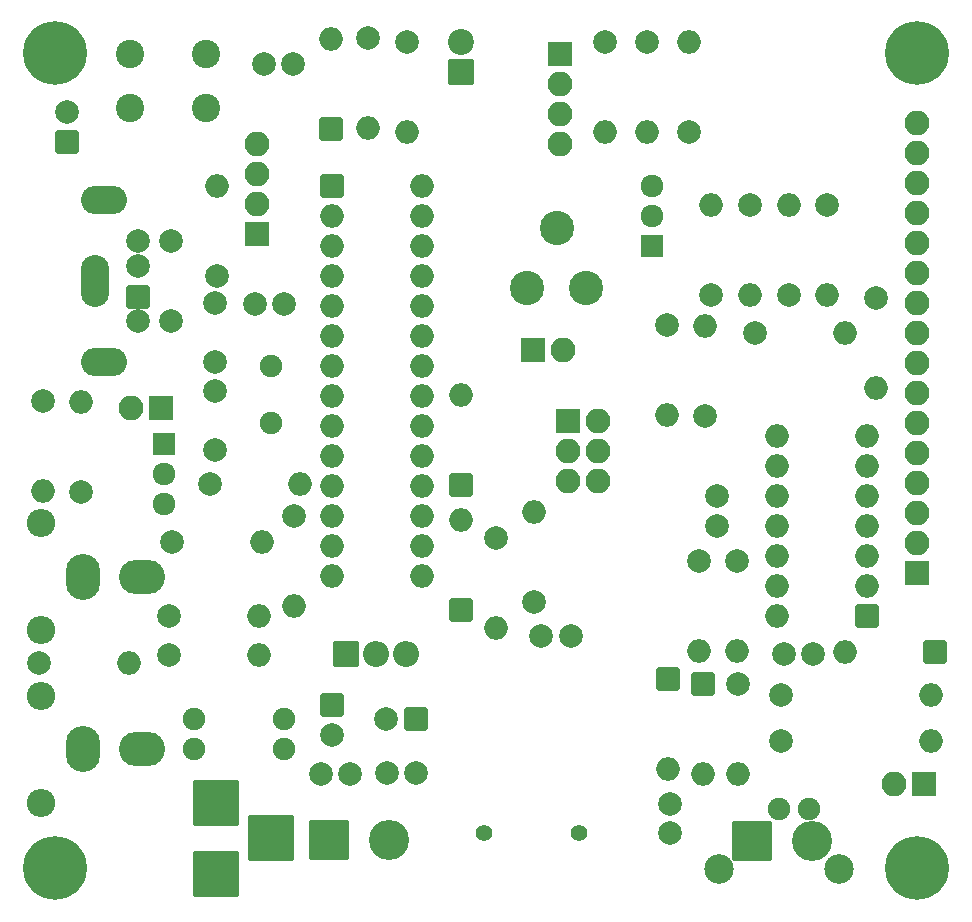
<source format=gbr>
%TF.GenerationSoftware,KiCad,Pcbnew,(6.0.11)*%
%TF.CreationDate,2023-02-05T16:58:02-06:00*%
%TF.ProjectId,PortableTerminal,506f7274-6162-46c6-9554-65726d696e61,rev?*%
%TF.SameCoordinates,Original*%
%TF.FileFunction,Soldermask,Bot*%
%TF.FilePolarity,Negative*%
%FSLAX46Y46*%
G04 Gerber Fmt 4.6, Leading zero omitted, Abs format (unit mm)*
G04 Created by KiCad (PCBNEW (6.0.11)) date 2023-02-05 16:58:02*
%MOMM*%
%LPD*%
G01*
G04 APERTURE LIST*
G04 Aperture macros list*
%AMRoundRect*
0 Rectangle with rounded corners*
0 $1 Rounding radius*
0 $2 $3 $4 $5 $6 $7 $8 $9 X,Y pos of 4 corners*
0 Add a 4 corners polygon primitive as box body*
4,1,4,$2,$3,$4,$5,$6,$7,$8,$9,$2,$3,0*
0 Add four circle primitives for the rounded corners*
1,1,$1+$1,$2,$3*
1,1,$1+$1,$4,$5*
1,1,$1+$1,$6,$7*
1,1,$1+$1,$8,$9*
0 Add four rect primitives between the rounded corners*
20,1,$1+$1,$2,$3,$4,$5,0*
20,1,$1+$1,$4,$5,$6,$7,0*
20,1,$1+$1,$6,$7,$8,$9,0*
20,1,$1+$1,$8,$9,$2,$3,0*%
G04 Aperture macros list end*
%ADD10RoundRect,0.200000X-0.800000X0.800000X-0.800000X-0.800000X0.800000X-0.800000X0.800000X0.800000X0*%
%ADD11C,2.000000*%
%ADD12RoundRect,0.200000X0.800000X-0.800000X0.800000X0.800000X-0.800000X0.800000X-0.800000X-0.800000X0*%
%ADD13RoundRect,0.200000X0.800000X0.800000X-0.800000X0.800000X-0.800000X-0.800000X0.800000X-0.800000X0*%
%ADD14O,2.000000X2.000000*%
%ADD15RoundRect,0.200000X1.750000X-1.750000X1.750000X1.750000X-1.750000X1.750000X-1.750000X-1.750000X0*%
%ADD16RoundRect,0.200000X-0.850000X-0.850000X0.850000X-0.850000X0.850000X0.850000X-0.850000X0.850000X0*%
%ADD17O,2.100000X2.100000*%
%ADD18RoundRect,0.200000X0.850000X0.850000X-0.850000X0.850000X-0.850000X-0.850000X0.850000X-0.850000X0*%
%ADD19O,2.400000X2.400000*%
%ADD20O,2.900000X3.900000*%
%ADD21O,3.900000X2.900000*%
%ADD22RoundRect,0.200000X0.850000X-0.850000X0.850000X0.850000X-0.850000X0.850000X-0.850000X-0.850000X0*%
%ADD23O,3.900000X2.400000*%
%ADD24O,2.400000X4.400000*%
%ADD25C,2.900000*%
%ADD26C,2.400000*%
%ADD27RoundRect,0.200000X-0.900000X-0.900000X0.900000X-0.900000X0.900000X0.900000X-0.900000X0.900000X0*%
%ADD28O,2.200000X2.200000*%
%ADD29RoundRect,0.200000X-0.800000X-0.800000X0.800000X-0.800000X0.800000X0.800000X-0.800000X0.800000X0*%
%ADD30C,1.400000*%
%ADD31C,1.900000*%
%ADD32RoundRect,0.200000X0.900000X-0.900000X0.900000X0.900000X-0.900000X0.900000X-0.900000X-0.900000X0*%
%ADD33C,2.200000*%
%ADD34RoundRect,0.200000X-0.760000X-0.760000X0.760000X-0.760000X0.760000X0.760000X-0.760000X0.760000X0*%
%ADD35C,1.920000*%
%ADD36RoundRect,0.200000X-0.850000X0.850000X-0.850000X-0.850000X0.850000X-0.850000X0.850000X0.850000X0*%
%ADD37RoundRect,0.200000X-1.500000X-1.500000X1.500000X-1.500000X1.500000X1.500000X-1.500000X1.500000X0*%
%ADD38C,3.400000*%
%ADD39RoundRect,0.200000X0.760000X0.760000X-0.760000X0.760000X-0.760000X-0.760000X0.760000X-0.760000X0*%
%ADD40C,2.500000*%
%ADD41C,5.400000*%
G04 APERTURE END LIST*
D10*
%TO.C,C1*%
X78480000Y-121230000D03*
D11*
X78480000Y-123730000D03*
%TD*%
%TO.C,C2*%
X75170000Y-66900000D03*
X72670000Y-66900000D03*
%TD*%
D12*
%TO.C,C3*%
X56000000Y-73500000D03*
D11*
X56000000Y-71000000D03*
%TD*%
%TO.C,C4*%
X74400000Y-87200000D03*
X71900000Y-87200000D03*
%TD*%
%TO.C,C5*%
X68560000Y-87170000D03*
X68560000Y-92170000D03*
%TD*%
%TO.C,C6*%
X68560000Y-94600000D03*
X68560000Y-99600000D03*
%TD*%
%TO.C,C7*%
X96150000Y-115340000D03*
X98650000Y-115340000D03*
%TD*%
D13*
%TO.C,C8*%
X85520000Y-122350000D03*
D11*
X83020000Y-122350000D03*
%TD*%
D12*
%TO.C,D1*%
X78330000Y-72430000D03*
D14*
X78330000Y-64810000D03*
%TD*%
D12*
%TO.C,D2*%
X89340000Y-102600000D03*
D14*
X89340000Y-94980000D03*
%TD*%
D12*
%TO.C,D3*%
X89380000Y-113160000D03*
D14*
X89380000Y-105540000D03*
%TD*%
D15*
%TO.C,J1*%
X68620000Y-129460000D03*
X68620000Y-135460000D03*
X73320000Y-132460000D03*
%TD*%
D16*
%TO.C,J4*%
X98450000Y-97160000D03*
D17*
X100990000Y-97160000D03*
X98450000Y-99700000D03*
X100990000Y-99700000D03*
X98450000Y-102240000D03*
X100990000Y-102240000D03*
%TD*%
D16*
%TO.C,J7*%
X97790000Y-66040000D03*
D17*
X97790000Y-68580000D03*
X97790000Y-71120000D03*
X97790000Y-73660000D03*
%TD*%
D18*
%TO.C,J8*%
X72136000Y-81280000D03*
D17*
X72136000Y-78740000D03*
X72136000Y-76200000D03*
X72136000Y-73660000D03*
%TD*%
D19*
%TO.C,J9*%
X53840000Y-105810000D03*
X53840000Y-114810000D03*
D20*
X57340000Y-110310000D03*
D21*
X62340000Y-110310000D03*
%TD*%
D19*
%TO.C,J10*%
X53840000Y-120450000D03*
X53840000Y-129450000D03*
D20*
X57340000Y-124950000D03*
D21*
X62340000Y-124950000D03*
%TD*%
D22*
%TO.C,JP1*%
X95480000Y-91140000D03*
D17*
X98020000Y-91140000D03*
%TD*%
D10*
%TO.C,P1*%
X62030000Y-86610000D03*
D11*
X62030000Y-84010000D03*
X62030000Y-88710000D03*
X62030000Y-81910000D03*
X64830000Y-88710000D03*
X64830000Y-81910000D03*
D23*
X59180000Y-78460000D03*
D24*
X58380000Y-85310000D03*
D23*
X59180000Y-92160000D03*
%TD*%
D11*
%TO.C,R1*%
X81460000Y-64690000D03*
D14*
X81460000Y-72310000D03*
%TD*%
D11*
%TO.C,R2*%
X105156000Y-65024000D03*
D14*
X105156000Y-72644000D03*
%TD*%
D11*
%TO.C,R3*%
X101600000Y-65024000D03*
D14*
X101600000Y-72644000D03*
%TD*%
D11*
%TO.C,R4*%
X64920000Y-107370000D03*
D14*
X72540000Y-107370000D03*
%TD*%
D11*
%TO.C,R5*%
X53680000Y-117650000D03*
D14*
X61300000Y-117650000D03*
%TD*%
D11*
%TO.C,R6*%
X108712000Y-72644000D03*
D14*
X108712000Y-65024000D03*
%TD*%
D11*
%TO.C,R7*%
X64650000Y-116930000D03*
D14*
X72270000Y-116930000D03*
%TD*%
D11*
%TO.C,R8*%
X64680000Y-113690000D03*
D14*
X72300000Y-113690000D03*
%TD*%
D11*
%TO.C,R9*%
X92330000Y-107010000D03*
D14*
X92330000Y-114630000D03*
%TD*%
D11*
%TO.C,R10*%
X117180000Y-86500000D03*
D14*
X117180000Y-78880000D03*
%TD*%
D11*
%TO.C,R11*%
X120390000Y-78870000D03*
D14*
X120390000Y-86490000D03*
%TD*%
D11*
%TO.C,R12*%
X110540000Y-86480000D03*
D14*
X110540000Y-78860000D03*
%TD*%
D11*
%TO.C,R13*%
X113870000Y-78860000D03*
D14*
X113870000Y-86480000D03*
%TD*%
D11*
%TO.C,R14*%
X106810000Y-89040000D03*
D14*
X106810000Y-96660000D03*
%TD*%
D11*
%TO.C,R15*%
X110030000Y-96700000D03*
D14*
X110030000Y-89080000D03*
%TD*%
D11*
%TO.C,R16*%
X57190000Y-103130000D03*
D14*
X57190000Y-95510000D03*
%TD*%
D11*
%TO.C,R17*%
X53970000Y-95460000D03*
D14*
X53970000Y-103080000D03*
%TD*%
D25*
%TO.C,RV1*%
X94996000Y-85852000D03*
X97496000Y-80812000D03*
X99996000Y-85852000D03*
%TD*%
D26*
%TO.C,SW1*%
X61318000Y-70612000D03*
X67818000Y-70612000D03*
X67818000Y-66112000D03*
X61318000Y-66112000D03*
%TD*%
D27*
%TO.C,U1*%
X79600000Y-116850000D03*
D28*
X82140000Y-116850000D03*
X84680000Y-116850000D03*
%TD*%
D29*
%TO.C,U2*%
X78486000Y-77216000D03*
D14*
X78486000Y-79756000D03*
X78486000Y-82296000D03*
X78486000Y-84836000D03*
X78486000Y-87376000D03*
X78486000Y-89916000D03*
X78486000Y-92456000D03*
X78486000Y-94996000D03*
X78486000Y-97536000D03*
X78486000Y-100076000D03*
X78486000Y-102616000D03*
X78486000Y-105156000D03*
X78486000Y-107696000D03*
X78486000Y-110236000D03*
X86106000Y-110236000D03*
X86106000Y-107696000D03*
X86106000Y-105156000D03*
X86106000Y-102616000D03*
X86106000Y-100076000D03*
X86106000Y-97536000D03*
X86106000Y-94996000D03*
X86106000Y-92456000D03*
X86106000Y-89916000D03*
X86106000Y-87376000D03*
X86106000Y-84836000D03*
X86106000Y-82296000D03*
X86106000Y-79756000D03*
X86106000Y-77216000D03*
%TD*%
D18*
%TO.C,U3*%
X128000000Y-110000000D03*
D17*
X128000000Y-107460000D03*
X128000000Y-104920000D03*
X128000000Y-102380000D03*
X128000000Y-99840000D03*
X128000000Y-97300000D03*
X128000000Y-94760000D03*
X128000000Y-92220000D03*
X128000000Y-89680000D03*
X128000000Y-87140000D03*
X128000000Y-84600000D03*
X128000000Y-82060000D03*
X128000000Y-79520000D03*
X128000000Y-76980000D03*
X128000000Y-74440000D03*
X128000000Y-71900000D03*
%TD*%
D30*
%TO.C,U4*%
X99360000Y-132000000D03*
X91360000Y-132000000D03*
%TD*%
D31*
%TO.C,Y1*%
X73260000Y-97340000D03*
X73260000Y-92460000D03*
%TD*%
D32*
%TO.C,D4*%
X89408000Y-67564000D03*
D33*
X89408000Y-65024000D03*
%TD*%
D11*
%TO.C,R18*%
X84836000Y-65024000D03*
D14*
X84836000Y-72644000D03*
%TD*%
D34*
%TO.C,Q1*%
X64260000Y-99100000D03*
D35*
X64260000Y-101640000D03*
X64260000Y-104180000D03*
%TD*%
D11*
%TO.C,R19*%
X68110000Y-102490000D03*
D14*
X75730000Y-102490000D03*
%TD*%
D36*
%TO.C,JP2*%
X64008000Y-96012000D03*
D17*
X61468000Y-96012000D03*
%TD*%
D11*
%TO.C,R20*%
X68730000Y-84830000D03*
D14*
X68730000Y-77210000D03*
%TD*%
D37*
%TO.C,J11*%
X78232000Y-132588000D03*
D38*
X83312000Y-132588000D03*
%TD*%
D39*
%TO.C,Q2*%
X105520000Y-82320000D03*
D35*
X105520000Y-79780000D03*
X105520000Y-77240000D03*
%TD*%
D11*
%TO.C,R21*%
X95550000Y-112490000D03*
D14*
X95550000Y-104870000D03*
%TD*%
D11*
%TO.C,C9*%
X107070000Y-129530000D03*
X107070000Y-132030000D03*
%TD*%
%TO.C,C10*%
X116700000Y-116900000D03*
X119200000Y-116900000D03*
%TD*%
D10*
%TO.C,D5*%
X109830000Y-119420000D03*
D14*
X109830000Y-127040000D03*
%TD*%
D13*
%TO.C,D6*%
X129500000Y-116700000D03*
D14*
X121880000Y-116700000D03*
%TD*%
D40*
%TO.C,J12*%
X111180000Y-135080000D03*
X121340000Y-135080000D03*
D31*
X116260000Y-130000000D03*
D37*
X113974000Y-132728000D03*
D38*
X119054000Y-132728000D03*
D31*
X118800000Y-130000000D03*
%TD*%
D11*
%TO.C,R22*%
X116500000Y-124200000D03*
D14*
X129200000Y-124200000D03*
%TD*%
D11*
%TO.C,R23*%
X116500000Y-120300000D03*
D14*
X129200000Y-120300000D03*
%TD*%
D11*
%TO.C,R24*%
X112700000Y-109000000D03*
D14*
X112700000Y-116620000D03*
%TD*%
D11*
%TO.C,R25*%
X75200000Y-105170000D03*
D14*
X75200000Y-112790000D03*
%TD*%
D13*
%TO.C,U5*%
X123770000Y-113660000D03*
D14*
X123770000Y-111120000D03*
X123770000Y-108580000D03*
X123770000Y-106040000D03*
X123770000Y-103500000D03*
X123770000Y-100960000D03*
X123770000Y-98420000D03*
X116150000Y-98420000D03*
X116150000Y-100960000D03*
X116150000Y-103500000D03*
X116150000Y-106040000D03*
X116150000Y-108580000D03*
X116150000Y-111120000D03*
X116150000Y-113660000D03*
%TD*%
D11*
%TO.C,R26*%
X112850000Y-119420000D03*
D14*
X112850000Y-127040000D03*
%TD*%
D11*
%TO.C,C11*%
X111010000Y-106030000D03*
X111010000Y-103530000D03*
%TD*%
D10*
%TO.C,D7*%
X106930000Y-119000000D03*
D14*
X106930000Y-126620000D03*
%TD*%
D11*
%TO.C,R27*%
X109500000Y-109000000D03*
D14*
X109500000Y-116620000D03*
%TD*%
D11*
%TO.C,R28*%
X124530000Y-86700000D03*
D14*
X124530000Y-94320000D03*
%TD*%
D11*
%TO.C,R29*%
X114300000Y-89720000D03*
D14*
X121920000Y-89720000D03*
%TD*%
D11*
%TO.C,C12*%
X83090000Y-126930000D03*
X85590000Y-126930000D03*
%TD*%
%TO.C,C13*%
X80000000Y-127000000D03*
X77500000Y-127000000D03*
%TD*%
D31*
%TO.C,T1*%
X66770000Y-122340000D03*
X74390000Y-122340000D03*
X66770000Y-124880000D03*
X74390000Y-124880000D03*
%TD*%
D36*
%TO.C,JP3*%
X128600000Y-127900000D03*
D17*
X126060000Y-127900000D03*
%TD*%
D41*
%TO.C,J2*%
X55000000Y-66000000D03*
%TD*%
%TO.C,J3*%
X55000000Y-135000000D03*
%TD*%
%TO.C,J5*%
X128000000Y-66000000D03*
%TD*%
%TO.C,J6*%
X128000000Y-135000000D03*
%TD*%
M02*

</source>
